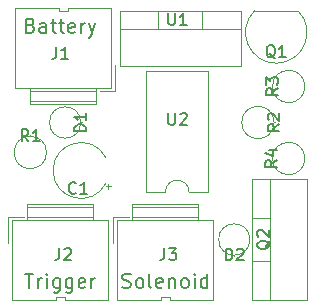
<source format=gbr>
%TF.GenerationSoftware,KiCad,Pcbnew,6.0.4-6f826c9f35~116~ubuntu20.04.1*%
%TF.CreationDate,2022-04-13T00:37:52-07:00*%
%TF.ProjectId,PIC_Timer,5049435f-5469-46d6-9572-2e6b69636164,rev?*%
%TF.SameCoordinates,Original*%
%TF.FileFunction,Legend,Top*%
%TF.FilePolarity,Positive*%
%FSLAX46Y46*%
G04 Gerber Fmt 4.6, Leading zero omitted, Abs format (unit mm)*
G04 Created by KiCad (PCBNEW 6.0.4-6f826c9f35~116~ubuntu20.04.1) date 2022-04-13 00:37:52*
%MOMM*%
%LPD*%
G01*
G04 APERTURE LIST*
%ADD10C,0.150000*%
%ADD11C,0.120000*%
G04 APERTURE END LIST*
D10*
X85420571Y-125072857D02*
X86106285Y-125072857D01*
X85763428Y-126272857D02*
X85763428Y-125072857D01*
X86506285Y-126272857D02*
X86506285Y-125472857D01*
X86506285Y-125701428D02*
X86563428Y-125587142D01*
X86620571Y-125530000D01*
X86734857Y-125472857D01*
X86849142Y-125472857D01*
X87249142Y-126272857D02*
X87249142Y-125472857D01*
X87249142Y-125072857D02*
X87192000Y-125130000D01*
X87249142Y-125187142D01*
X87306285Y-125130000D01*
X87249142Y-125072857D01*
X87249142Y-125187142D01*
X88334857Y-125472857D02*
X88334857Y-126444285D01*
X88277714Y-126558571D01*
X88220571Y-126615714D01*
X88106285Y-126672857D01*
X87934857Y-126672857D01*
X87820571Y-126615714D01*
X88334857Y-126215714D02*
X88220571Y-126272857D01*
X87992000Y-126272857D01*
X87877714Y-126215714D01*
X87820571Y-126158571D01*
X87763428Y-126044285D01*
X87763428Y-125701428D01*
X87820571Y-125587142D01*
X87877714Y-125530000D01*
X87992000Y-125472857D01*
X88220571Y-125472857D01*
X88334857Y-125530000D01*
X89420571Y-125472857D02*
X89420571Y-126444285D01*
X89363428Y-126558571D01*
X89306285Y-126615714D01*
X89192000Y-126672857D01*
X89020571Y-126672857D01*
X88906285Y-126615714D01*
X89420571Y-126215714D02*
X89306285Y-126272857D01*
X89077714Y-126272857D01*
X88963428Y-126215714D01*
X88906285Y-126158571D01*
X88849142Y-126044285D01*
X88849142Y-125701428D01*
X88906285Y-125587142D01*
X88963428Y-125530000D01*
X89077714Y-125472857D01*
X89306285Y-125472857D01*
X89420571Y-125530000D01*
X90449142Y-126215714D02*
X90334857Y-126272857D01*
X90106285Y-126272857D01*
X89992000Y-126215714D01*
X89934857Y-126101428D01*
X89934857Y-125644285D01*
X89992000Y-125530000D01*
X90106285Y-125472857D01*
X90334857Y-125472857D01*
X90449142Y-125530000D01*
X90506285Y-125644285D01*
X90506285Y-125758571D01*
X89934857Y-125872857D01*
X91020571Y-126272857D02*
X91020571Y-125472857D01*
X91020571Y-125701428D02*
X91077714Y-125587142D01*
X91134857Y-125530000D01*
X91249142Y-125472857D01*
X91363428Y-125472857D01*
X85886978Y-104045838D02*
X86058407Y-104102981D01*
X86115550Y-104160124D01*
X86172693Y-104274410D01*
X86172693Y-104445838D01*
X86115550Y-104560124D01*
X86058407Y-104617267D01*
X85944121Y-104674410D01*
X85486978Y-104674410D01*
X85486978Y-103474410D01*
X85886978Y-103474410D01*
X86001264Y-103531553D01*
X86058407Y-103588695D01*
X86115550Y-103702981D01*
X86115550Y-103817267D01*
X86058407Y-103931553D01*
X86001264Y-103988695D01*
X85886978Y-104045838D01*
X85486978Y-104045838D01*
X87201264Y-104674410D02*
X87201264Y-104045838D01*
X87144121Y-103931553D01*
X87029835Y-103874410D01*
X86801264Y-103874410D01*
X86686978Y-103931553D01*
X87201264Y-104617267D02*
X87086978Y-104674410D01*
X86801264Y-104674410D01*
X86686978Y-104617267D01*
X86629835Y-104502981D01*
X86629835Y-104388695D01*
X86686978Y-104274410D01*
X86801264Y-104217267D01*
X87086978Y-104217267D01*
X87201264Y-104160124D01*
X87601264Y-103874410D02*
X88058407Y-103874410D01*
X87772693Y-103474410D02*
X87772693Y-104502981D01*
X87829835Y-104617267D01*
X87944121Y-104674410D01*
X88058407Y-104674410D01*
X88286978Y-103874410D02*
X88744121Y-103874410D01*
X88458407Y-103474410D02*
X88458407Y-104502981D01*
X88515550Y-104617267D01*
X88629835Y-104674410D01*
X88744121Y-104674410D01*
X89601264Y-104617267D02*
X89486978Y-104674410D01*
X89258407Y-104674410D01*
X89144121Y-104617267D01*
X89086978Y-104502981D01*
X89086978Y-104045838D01*
X89144121Y-103931553D01*
X89258407Y-103874410D01*
X89486978Y-103874410D01*
X89601264Y-103931553D01*
X89658407Y-104045838D01*
X89658407Y-104160124D01*
X89086978Y-104274410D01*
X90172693Y-104674410D02*
X90172693Y-103874410D01*
X90172693Y-104102981D02*
X90229835Y-103988695D01*
X90286978Y-103931553D01*
X90401264Y-103874410D01*
X90515550Y-103874410D01*
X90801264Y-103874410D02*
X91086978Y-104674410D01*
X91372693Y-103874410D02*
X91086978Y-104674410D01*
X90972693Y-104960124D01*
X90915550Y-105017267D01*
X90801264Y-105074410D01*
X93653428Y-126215714D02*
X93824857Y-126272857D01*
X94110571Y-126272857D01*
X94224857Y-126215714D01*
X94282000Y-126158571D01*
X94339142Y-126044285D01*
X94339142Y-125930000D01*
X94282000Y-125815714D01*
X94224857Y-125758571D01*
X94110571Y-125701428D01*
X93882000Y-125644285D01*
X93767714Y-125587142D01*
X93710571Y-125530000D01*
X93653428Y-125415714D01*
X93653428Y-125301428D01*
X93710571Y-125187142D01*
X93767714Y-125130000D01*
X93882000Y-125072857D01*
X94167714Y-125072857D01*
X94339142Y-125130000D01*
X95024857Y-126272857D02*
X94910571Y-126215714D01*
X94853428Y-126158571D01*
X94796285Y-126044285D01*
X94796285Y-125701428D01*
X94853428Y-125587142D01*
X94910571Y-125530000D01*
X95024857Y-125472857D01*
X95196285Y-125472857D01*
X95310571Y-125530000D01*
X95367714Y-125587142D01*
X95424857Y-125701428D01*
X95424857Y-126044285D01*
X95367714Y-126158571D01*
X95310571Y-126215714D01*
X95196285Y-126272857D01*
X95024857Y-126272857D01*
X96110571Y-126272857D02*
X95996285Y-126215714D01*
X95939142Y-126101428D01*
X95939142Y-125072857D01*
X97024857Y-126215714D02*
X96910571Y-126272857D01*
X96682000Y-126272857D01*
X96567714Y-126215714D01*
X96510571Y-126101428D01*
X96510571Y-125644285D01*
X96567714Y-125530000D01*
X96682000Y-125472857D01*
X96910571Y-125472857D01*
X97024857Y-125530000D01*
X97082000Y-125644285D01*
X97082000Y-125758571D01*
X96510571Y-125872857D01*
X97596285Y-125472857D02*
X97596285Y-126272857D01*
X97596285Y-125587142D02*
X97653428Y-125530000D01*
X97767714Y-125472857D01*
X97939142Y-125472857D01*
X98053428Y-125530000D01*
X98110571Y-125644285D01*
X98110571Y-126272857D01*
X98853428Y-126272857D02*
X98739142Y-126215714D01*
X98682000Y-126158571D01*
X98624857Y-126044285D01*
X98624857Y-125701428D01*
X98682000Y-125587142D01*
X98739142Y-125530000D01*
X98853428Y-125472857D01*
X99024857Y-125472857D01*
X99139142Y-125530000D01*
X99196285Y-125587142D01*
X99253428Y-125701428D01*
X99253428Y-126044285D01*
X99196285Y-126158571D01*
X99139142Y-126215714D01*
X99024857Y-126272857D01*
X98853428Y-126272857D01*
X99767714Y-126272857D02*
X99767714Y-125472857D01*
X99767714Y-125072857D02*
X99710571Y-125130000D01*
X99767714Y-125187142D01*
X99824857Y-125130000D01*
X99767714Y-125072857D01*
X99767714Y-125187142D01*
X100853428Y-126272857D02*
X100853428Y-125072857D01*
X100853428Y-126215714D02*
X100739142Y-126272857D01*
X100510571Y-126272857D01*
X100396285Y-126215714D01*
X100339142Y-126158571D01*
X100282000Y-126044285D01*
X100282000Y-125701428D01*
X100339142Y-125587142D01*
X100396285Y-125530000D01*
X100510571Y-125472857D01*
X100739142Y-125472857D01*
X100853428Y-125530000D01*
%TO.C,J3*%
X97202666Y-122896380D02*
X97202666Y-123610666D01*
X97155047Y-123753523D01*
X97059809Y-123848761D01*
X96916952Y-123896380D01*
X96821714Y-123896380D01*
X97583619Y-122896380D02*
X98202666Y-122896380D01*
X97869333Y-123277333D01*
X98012190Y-123277333D01*
X98107428Y-123324952D01*
X98155047Y-123372571D01*
X98202666Y-123467809D01*
X98202666Y-123705904D01*
X98155047Y-123801142D01*
X98107428Y-123848761D01*
X98012190Y-123896380D01*
X97726476Y-123896380D01*
X97631238Y-123848761D01*
X97583619Y-123801142D01*
%TO.C,Q1*%
X106584761Y-106825619D02*
X106489523Y-106778000D01*
X106394285Y-106682761D01*
X106251428Y-106539904D01*
X106156190Y-106492285D01*
X106060952Y-106492285D01*
X106108571Y-106730380D02*
X106013333Y-106682761D01*
X105918095Y-106587523D01*
X105870476Y-106397047D01*
X105870476Y-106063714D01*
X105918095Y-105873238D01*
X106013333Y-105778000D01*
X106108571Y-105730380D01*
X106299047Y-105730380D01*
X106394285Y-105778000D01*
X106489523Y-105873238D01*
X106537142Y-106063714D01*
X106537142Y-106397047D01*
X106489523Y-106587523D01*
X106394285Y-106682761D01*
X106299047Y-106730380D01*
X106108571Y-106730380D01*
X107489523Y-106730380D02*
X106918095Y-106730380D01*
X107203809Y-106730380D02*
X107203809Y-105730380D01*
X107108571Y-105873238D01*
X107013333Y-105968476D01*
X106918095Y-106016095D01*
%TO.C,D1*%
X90580437Y-113006095D02*
X89580437Y-113006095D01*
X89580437Y-112768000D01*
X89628057Y-112625142D01*
X89723295Y-112529904D01*
X89818533Y-112482285D01*
X90009009Y-112434666D01*
X90151866Y-112434666D01*
X90342342Y-112482285D01*
X90437580Y-112529904D01*
X90532818Y-112625142D01*
X90580437Y-112768000D01*
X90580437Y-113006095D01*
X90580437Y-111482285D02*
X90580437Y-112053714D01*
X90580437Y-111768000D02*
X89580437Y-111768000D01*
X89723295Y-111863238D01*
X89818533Y-111958476D01*
X89866152Y-112053714D01*
%TO.C,D2*%
X102385904Y-123952751D02*
X102385904Y-122952751D01*
X102624000Y-122952751D01*
X102766857Y-123000371D01*
X102862095Y-123095609D01*
X102909714Y-123190847D01*
X102957333Y-123381323D01*
X102957333Y-123524180D01*
X102909714Y-123714656D01*
X102862095Y-123809894D01*
X102766857Y-123905132D01*
X102624000Y-123952751D01*
X102385904Y-123952751D01*
X103338285Y-123047990D02*
X103385904Y-123000371D01*
X103481142Y-122952751D01*
X103719238Y-122952751D01*
X103814476Y-123000371D01*
X103862095Y-123047990D01*
X103909714Y-123143228D01*
X103909714Y-123238466D01*
X103862095Y-123381323D01*
X103290666Y-123952751D01*
X103909714Y-123952751D01*
%TO.C,R4*%
X106737380Y-115482666D02*
X106261190Y-115816000D01*
X106737380Y-116054095D02*
X105737380Y-116054095D01*
X105737380Y-115673142D01*
X105785000Y-115577904D01*
X105832619Y-115530285D01*
X105927857Y-115482666D01*
X106070714Y-115482666D01*
X106165952Y-115530285D01*
X106213571Y-115577904D01*
X106261190Y-115673142D01*
X106261190Y-116054095D01*
X106070714Y-114625523D02*
X106737380Y-114625523D01*
X105689761Y-114863619D02*
X106404047Y-115101714D01*
X106404047Y-114482666D01*
%TO.C,R3*%
X106807380Y-109386666D02*
X106331190Y-109720000D01*
X106807380Y-109958095D02*
X105807380Y-109958095D01*
X105807380Y-109577142D01*
X105855000Y-109481904D01*
X105902619Y-109434285D01*
X105997857Y-109386666D01*
X106140714Y-109386666D01*
X106235952Y-109434285D01*
X106283571Y-109481904D01*
X106331190Y-109577142D01*
X106331190Y-109958095D01*
X105807380Y-109053333D02*
X105807380Y-108434285D01*
X106188333Y-108767619D01*
X106188333Y-108624761D01*
X106235952Y-108529523D01*
X106283571Y-108481904D01*
X106378809Y-108434285D01*
X106616904Y-108434285D01*
X106712142Y-108481904D01*
X106759761Y-108529523D01*
X106807380Y-108624761D01*
X106807380Y-108910476D01*
X106759761Y-109005714D01*
X106712142Y-109053333D01*
%TO.C,R1*%
X85685333Y-113855380D02*
X85352000Y-113379190D01*
X85113904Y-113855380D02*
X85113904Y-112855380D01*
X85494857Y-112855380D01*
X85590095Y-112903000D01*
X85637714Y-112950619D01*
X85685333Y-113045857D01*
X85685333Y-113188714D01*
X85637714Y-113283952D01*
X85590095Y-113331571D01*
X85494857Y-113379190D01*
X85113904Y-113379190D01*
X86637714Y-113855380D02*
X86066285Y-113855380D01*
X86352000Y-113855380D02*
X86352000Y-112855380D01*
X86256761Y-112998238D01*
X86161523Y-113093476D01*
X86066285Y-113141095D01*
%TO.C,R2*%
X106949380Y-112434666D02*
X106473190Y-112768000D01*
X106949380Y-113006095D02*
X105949380Y-113006095D01*
X105949380Y-112625142D01*
X105997000Y-112529904D01*
X106044619Y-112482285D01*
X106139857Y-112434666D01*
X106282714Y-112434666D01*
X106377952Y-112482285D01*
X106425571Y-112529904D01*
X106473190Y-112625142D01*
X106473190Y-113006095D01*
X106044619Y-112053714D02*
X105997000Y-112006095D01*
X105949380Y-111910857D01*
X105949380Y-111672761D01*
X105997000Y-111577523D01*
X106044619Y-111529904D01*
X106139857Y-111482285D01*
X106235095Y-111482285D01*
X106377952Y-111529904D01*
X106949380Y-112101333D01*
X106949380Y-111482285D01*
%TO.C,J2*%
X88312666Y-122896380D02*
X88312666Y-123610666D01*
X88265047Y-123753523D01*
X88169809Y-123848761D01*
X88026952Y-123896380D01*
X87931714Y-123896380D01*
X88741238Y-122991619D02*
X88788857Y-122944000D01*
X88884095Y-122896380D01*
X89122190Y-122896380D01*
X89217428Y-122944000D01*
X89265047Y-122991619D01*
X89312666Y-123086857D01*
X89312666Y-123182095D01*
X89265047Y-123324952D01*
X88693619Y-123896380D01*
X89312666Y-123896380D01*
%TO.C,J1*%
X88058666Y-105878380D02*
X88058666Y-106592666D01*
X88011047Y-106735523D01*
X87915809Y-106830761D01*
X87772952Y-106878380D01*
X87677714Y-106878380D01*
X89058666Y-106878380D02*
X88487238Y-106878380D01*
X88772952Y-106878380D02*
X88772952Y-105878380D01*
X88677714Y-106021238D01*
X88582476Y-106116476D01*
X88487238Y-106164095D01*
%TO.C,C1*%
X89708189Y-118213142D02*
X89660570Y-118260761D01*
X89517713Y-118308380D01*
X89422475Y-118308380D01*
X89279617Y-118260761D01*
X89184379Y-118165523D01*
X89136760Y-118070285D01*
X89089141Y-117879809D01*
X89089141Y-117736952D01*
X89136760Y-117546476D01*
X89184379Y-117451238D01*
X89279617Y-117356000D01*
X89422475Y-117308380D01*
X89517713Y-117308380D01*
X89660570Y-117356000D01*
X89708189Y-117403619D01*
X90660570Y-118308380D02*
X90089141Y-118308380D01*
X90374856Y-118308380D02*
X90374856Y-117308380D01*
X90279617Y-117451238D01*
X90184379Y-117546476D01*
X90089141Y-117594095D01*
%TO.C,Q2*%
X106140619Y-122269238D02*
X106093000Y-122364476D01*
X105997761Y-122459714D01*
X105854904Y-122602571D01*
X105807285Y-122697809D01*
X105807285Y-122793047D01*
X106045380Y-122745428D02*
X105997761Y-122840666D01*
X105902523Y-122935904D01*
X105712047Y-122983523D01*
X105378714Y-122983523D01*
X105188238Y-122935904D01*
X105093000Y-122840666D01*
X105045380Y-122745428D01*
X105045380Y-122554952D01*
X105093000Y-122459714D01*
X105188238Y-122364476D01*
X105378714Y-122316857D01*
X105712047Y-122316857D01*
X105902523Y-122364476D01*
X105997761Y-122459714D01*
X106045380Y-122554952D01*
X106045380Y-122745428D01*
X105140619Y-121935904D02*
X105093000Y-121888285D01*
X105045380Y-121793047D01*
X105045380Y-121554952D01*
X105093000Y-121459714D01*
X105140619Y-121412095D01*
X105235857Y-121364476D01*
X105331095Y-121364476D01*
X105473952Y-121412095D01*
X106045380Y-121983523D01*
X106045380Y-121364476D01*
%TO.C,U1*%
X97536095Y-103013380D02*
X97536095Y-103822904D01*
X97583714Y-103918142D01*
X97631333Y-103965761D01*
X97726571Y-104013380D01*
X97917047Y-104013380D01*
X98012285Y-103965761D01*
X98059904Y-103918142D01*
X98107523Y-103822904D01*
X98107523Y-103013380D01*
X99107523Y-104013380D02*
X98536095Y-104013380D01*
X98821809Y-104013380D02*
X98821809Y-103013380D01*
X98726571Y-103156238D01*
X98631333Y-103251476D01*
X98536095Y-103299095D01*
%TO.C,U2*%
X97536095Y-111466380D02*
X97536095Y-112275904D01*
X97583714Y-112371142D01*
X97631333Y-112418761D01*
X97726571Y-112466380D01*
X97917047Y-112466380D01*
X98012285Y-112418761D01*
X98059904Y-112371142D01*
X98107523Y-112275904D01*
X98107523Y-111466380D01*
X98536095Y-111561619D02*
X98583714Y-111514000D01*
X98678952Y-111466380D01*
X98917047Y-111466380D01*
X99012285Y-111514000D01*
X99059904Y-111561619D01*
X99107523Y-111656857D01*
X99107523Y-111752095D01*
X99059904Y-111894952D01*
X98488476Y-112466380D01*
X99107523Y-112466380D01*
D11*
%TO.C,J3*%
X96894500Y-127010000D02*
X97664500Y-127010000D01*
X100074500Y-120530000D02*
X100074500Y-119140000D01*
X94484500Y-119390000D02*
X100074500Y-119390000D01*
X96894500Y-127270000D02*
X96894500Y-127010000D01*
X96894500Y-127270000D02*
X93214500Y-127270000D01*
X93214500Y-122440000D02*
X93214500Y-127270000D01*
X92874500Y-120240000D02*
X92874500Y-122440000D01*
X94484500Y-120530000D02*
X94484500Y-119140000D01*
X94174500Y-120240000D02*
X92874500Y-120240000D01*
X97664500Y-127010000D02*
X97664500Y-127270000D01*
X97664500Y-127270000D02*
X101344500Y-127270000D01*
X94484500Y-119140000D02*
X100074500Y-119140000D01*
X101344500Y-127270000D02*
X101344500Y-122440000D01*
X101344500Y-120530000D02*
X101344500Y-122440000D01*
X93214500Y-120530000D02*
X93214500Y-122440000D01*
X93214500Y-120530000D02*
X101344500Y-120530000D01*
X94484500Y-120280000D02*
X100074500Y-120280000D01*
%TO.C,Q1*%
X108480000Y-102798000D02*
X104880000Y-102798000D01*
X104841522Y-102809522D02*
G75*
G03*
X106680000Y-107248000I1838478J-1838478D01*
G01*
X106680000Y-107248001D02*
G75*
G03*
X108518478Y-102809522I0J2600001D01*
G01*
%TO.C,D1*%
X90128057Y-112268000D02*
X90241686Y-112268000D01*
X90128057Y-112268000D02*
G75*
G03*
X90128057Y-112268000I-1326371J0D01*
G01*
%TO.C,D2*%
X103124000Y-123500371D02*
X103124000Y-123614000D01*
X104450371Y-122174000D02*
G75*
G03*
X104450371Y-122174000I-1326371J0D01*
G01*
%TO.C,R4*%
X109095000Y-115316000D02*
G75*
G03*
X109095000Y-115316000I-1370000J0D01*
G01*
X106355000Y-115316000D02*
X106285000Y-115316000D01*
%TO.C,R3*%
X106355000Y-109220000D02*
X106285000Y-109220000D01*
X109095000Y-109220000D02*
G75*
G03*
X109095000Y-109220000I-1370000J0D01*
G01*
%TO.C,R1*%
X85852000Y-113438000D02*
X85852000Y-113368000D01*
X87222000Y-114808000D02*
G75*
G03*
X87222000Y-114808000I-1370000J0D01*
G01*
%TO.C,R2*%
X106497000Y-112268000D02*
G75*
G03*
X106497000Y-112268000I-1370000J0D01*
G01*
X106497000Y-112268000D02*
X106567000Y-112268000D01*
%TO.C,J2*%
X85594500Y-120280000D02*
X91184500Y-120280000D01*
X84324500Y-120530000D02*
X92454500Y-120530000D01*
X84324500Y-120530000D02*
X84324500Y-122440000D01*
X92454500Y-120530000D02*
X92454500Y-122440000D01*
X92454500Y-127270000D02*
X92454500Y-122440000D01*
X85594500Y-119140000D02*
X91184500Y-119140000D01*
X88774500Y-127270000D02*
X92454500Y-127270000D01*
X88774500Y-127010000D02*
X88774500Y-127270000D01*
X85284500Y-120240000D02*
X83984500Y-120240000D01*
X85594500Y-120530000D02*
X85594500Y-119140000D01*
X83984500Y-120240000D02*
X83984500Y-122440000D01*
X84324500Y-122440000D02*
X84324500Y-127270000D01*
X88004500Y-127270000D02*
X84324500Y-127270000D01*
X88004500Y-127270000D02*
X88004500Y-127010000D01*
X85594500Y-119390000D02*
X91184500Y-119390000D01*
X91184500Y-120530000D02*
X91184500Y-119140000D01*
X88004500Y-127010000D02*
X88774500Y-127010000D01*
%TO.C,J1*%
X91443500Y-109590000D02*
X85853500Y-109590000D01*
X92713500Y-109340000D02*
X84583500Y-109340000D01*
X92713500Y-109340000D02*
X92713500Y-107430000D01*
X84583500Y-109340000D02*
X84583500Y-107430000D01*
X84583500Y-102600000D02*
X84583500Y-107430000D01*
X91443500Y-110730000D02*
X85853500Y-110730000D01*
X88263500Y-102600000D02*
X84583500Y-102600000D01*
X88263500Y-102860000D02*
X88263500Y-102600000D01*
X91753500Y-109630000D02*
X93053500Y-109630000D01*
X91443500Y-109340000D02*
X91443500Y-110730000D01*
X93053500Y-109630000D02*
X93053500Y-107430000D01*
X92713500Y-107430000D02*
X92713500Y-102600000D01*
X89033500Y-102600000D02*
X92713500Y-102600000D01*
X89033500Y-102600000D02*
X89033500Y-102860000D01*
X91443500Y-110480000D02*
X85853500Y-110480000D01*
X85853500Y-109340000D02*
X85853500Y-110730000D01*
X89033500Y-102860000D02*
X88263500Y-102860000D01*
%TO.C,C1*%
X92461144Y-117892000D02*
X92461144Y-117442000D01*
X92686144Y-117667000D02*
X92236144Y-117667000D01*
X92268597Y-115272000D02*
G75*
G03*
X92268597Y-117392000I-2119741J-1060000D01*
G01*
%TO.C,Q2*%
X104609000Y-127294000D02*
X104609000Y-117054000D01*
X104609000Y-124024000D02*
X106119000Y-124024000D01*
X104609000Y-120323000D02*
X106119000Y-120323000D01*
X104609000Y-127294000D02*
X109250000Y-127294000D01*
X109250000Y-127294000D02*
X109250000Y-117054000D01*
X104609000Y-117054000D02*
X109250000Y-117054000D01*
X106119000Y-127294000D02*
X106119000Y-117054000D01*
%TO.C,U1*%
X93432000Y-104341000D02*
X103672000Y-104341000D01*
X103672000Y-102831000D02*
X103672000Y-107472000D01*
X93432000Y-107472000D02*
X103672000Y-107472000D01*
X93432000Y-102831000D02*
X93432000Y-107472000D01*
X100403000Y-102831000D02*
X100403000Y-104341000D01*
X96702000Y-102831000D02*
X96702000Y-104341000D01*
X93432000Y-102831000D02*
X103672000Y-102831000D01*
%TO.C,U2*%
X95638000Y-118160000D02*
X97288000Y-118160000D01*
X100938000Y-118160000D02*
X100938000Y-107880000D01*
X95638000Y-107880000D02*
X95638000Y-118160000D01*
X99288000Y-118160000D02*
X100938000Y-118160000D01*
X100938000Y-107880000D02*
X95638000Y-107880000D01*
X99288000Y-118160000D02*
G75*
G03*
X97288000Y-118160000I-1000000J0D01*
G01*
%TD*%
M02*

</source>
